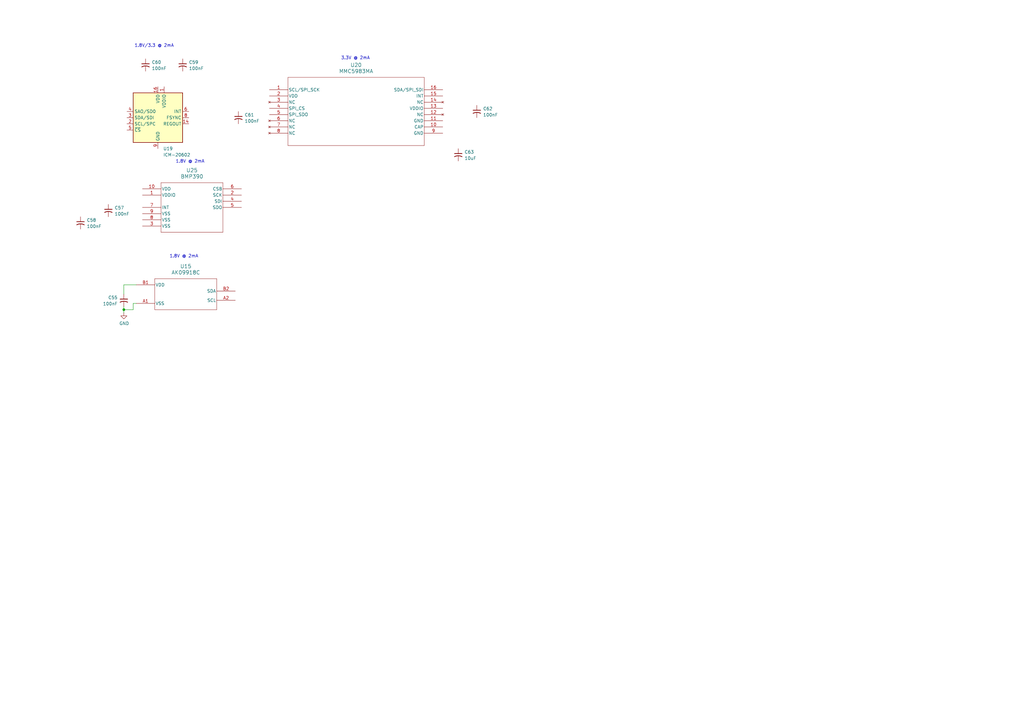
<source format=kicad_sch>
(kicad_sch (version 20250114) (generator "eeschema") (generator_version "9.0")
  (paper "A3")
  (title_block (date "2026-02-08") (rev "0") (company "Logan Fagg") (comment 1 "Licensed under CERN-OHL-S v2") (comment 2 "Copyright © 2026 Logan Fagg") (comment 3 "https://github.com/loganrf/compactPi"))
  (lib_symbols
    (symbol "Device:C_Small_US" (pin_numbers (hide yes)) (pin_names (offset 0.254) (hide yes))
      (property "Reference" "C" (at 0.254 1.778 0))
      (property "Value" "C_Small_US" (at 0.254 -2.032 0))
      (symbol "C_Small_US_0_1"
        (polyline (pts (xy -1.524 0.508) (xy 1.524 0.508)) (stroke (width 0.3048)))
        (arc (start -1.524 -0.762) (mid 0 -0.3734) (end 1.524 -0.762) (stroke (width 0.3048)))
      )
      (symbol "C_Small_US_1_1"
        (pin passive line (at 0 2.54 270) (length 2.032) (name "~") (number "1"))
        (pin passive line (at 0 -2.54 90) (length 2.032) (name "~") (number "2"))
      )
    )
    (symbol "Sensor_Motion:ICM-20602"
      (property "Reference" "U" (at -10.16 11.43 0))
      (property "Value" "ICM-20602" (at 10.16 11.43 0))
      (symbol "ICM-20602_0_1"
        (rectangle (start -10.16 10.16) (end 10.16 -10.16) (stroke (width 0.254)) (fill (type background)))
      )
      (symbol "ICM-20602_1_1"
        (pin bidirectional line (at -12.7 2.54 0) (length 2.54) (name "SAO/SD0") (number "4"))
        (pin bidirectional line (at -12.7 0 0) (length 2.54) (name "SDA/SDI") (number "3"))
        (pin input line (at -12.7 -2.54 0) (length 2.54) (name "SCL/SPC") (number "2"))
        (pin input line (at -12.7 -5.08 0) (length 2.54) (name "~{CS}") (number "5"))
        (pin no_connect line (at -10.16 5.08 0) (length 2.54) (hide yes) (name "RESV") (number "7"))
        (pin power_in line (at 0 12.7 270) (length 2.54) (name "VDD") (number "16"))
        (pin passive line (at 0 -12.7 90) (length 2.54) (hide yes) (name "GND") (number "10"))
        (pin passive line (at 0 -12.7 90) (length 2.54) (hide yes) (name "GND") (number "11"))
        (pin passive line (at 0 -12.7 90) (length 2.54) (hide yes) (name "GND") (number "12"))
        (pin passive line (at 0 -12.7 90) (length 2.54) (hide yes) (name "GND") (number "13"))
        (pin passive line (at 0 -12.7 90) (length 2.54) (hide yes) (name "GND") (number "15"))
        (pin power_in line (at 0 -12.7 90) (length 2.54) (name "GND") (number "9"))
        (pin power_in line (at 2.54 12.7 270) (length 2.54) (name "VDDIO") (number "1"))
        (pin output line (at 12.7 2.54 180) (length 2.54) (name "INT") (number "6"))
        (pin input line (at 12.7 0 180) (length 2.54) (name "FSYNC") (number "8"))
        (pin passive line (at 12.7 -2.54 180) (length 2.54) (name "REGOUT") (number "14"))
      )
    )
    (symbol "SiGe_Lib:AK09918C" (pin_names (offset 0.254))
      (property "Reference" "U" (at 20.32 10.16 0))
      (property "Value" "AK09918C" (at 20.32 7.62 0))
      (symbol "AK09918C_0_1"
        (polyline (pts (xy 7.62 5.08) (xy 7.62 -7.62)) (stroke (width 0.127)))
        (polyline (pts (xy 7.62 -7.62) (xy 33.02 -7.62)) (stroke (width 0.127)))
        (polyline (pts (xy 33.02 5.08) (xy 7.62 5.08)) (stroke (width 0.127)))
        (polyline (pts (xy 33.02 -7.62) (xy 33.02 5.08)) (stroke (width 0.127)))
        (pin power_in line (at 0 2.54 0) (length 7.62) (name "VDD") (number "B1"))
        (pin power_out line (at 0 -5.08 0) (length 7.62) (name "VSS") (number "A1"))
        (pin bidirectional line (at 40.64 0 180) (length 7.62) (name "SDA") (number "B2"))
        (pin input line (at 40.64 -3.81 180) (length 7.62) (name "SCL") (number "A2"))
      )
    )
    (symbol "SiGe_Lib:BMP390" (pin_names (offset 0.254))
      (property "Reference" "U" (at 20.32 10.16 0))
      (property "Value" "BMP390" (at 20.32 7.62 0))
      (symbol "BMP390_0_1"
        (polyline (pts (xy 7.62 5.08) (xy 7.62 -15.24)) (stroke (width 0.127)))
        (polyline (pts (xy 7.62 -15.24) (xy 33.02 -15.24)) (stroke (width 0.127)))
        (polyline (pts (xy 33.02 5.08) (xy 7.62 5.08)) (stroke (width 0.127)))
        (polyline (pts (xy 33.02 -15.24) (xy 33.02 5.08)) (stroke (width 0.127)))
        (pin power_in line (at 0 2.54 0) (length 7.62) (name "VDD") (number "10"))
        (pin power_in line (at 0 0 0) (length 7.62) (name "VDDIO") (number "1"))
        (pin input line (at 0 -5.08 0) (length 7.62) (name "INT") (number "7"))
        (pin power_out line (at 0 -7.62 0) (length 7.62) (name "VSS") (number "9"))
        (pin power_out line (at 0 -10.16 0) (length 7.62) (name "VSS") (number "8"))
        (pin power_out line (at 0 -12.7 0) (length 7.62) (name "VSS") (number "3"))
        (pin input line (at 40.64 2.54 180) (length 7.62) (name "CSB") (number "6"))
        (pin input line (at 40.64 0 180) (length 7.62) (name "SCK") (number "2"))
        (pin bidirectional line (at 40.64 -2.54 180) (length 7.62) (name "SDI") (number "4"))
        (pin bidirectional line (at 40.64 -5.08 180) (length 7.62) (name "SDO") (number "5"))
      )
    )
    (symbol "SiGe_Lib:MMC5983MA" (pin_names (offset 0.254))
      (property "Reference" "U" (at 35.56 10.16 0))
      (property "Value" "MMC5983MA" (at 35.56 7.62 0))
      (symbol "MMC5983MA_0_1"
        (polyline (pts (xy 7.62 5.08) (xy 7.62 -22.86)) (stroke (width 0.127)))
        (polyline (pts (xy 7.62 -22.86) (xy 63.5 -22.86)) (stroke (width 0.127)))
        (polyline (pts (xy 63.5 5.08) (xy 7.62 5.08)) (stroke (width 0.127)))
        (polyline (pts (xy 63.5 -22.86) (xy 63.5 5.08)) (stroke (width 0.127)))
        (pin input line (at 0 0 0) (length 7.62) (name "SCL/SPI_SCK") (number "1"))
        (pin power_in line (at 0 -2.54 0) (length 7.62) (name "VDD") (number "2"))
        (pin no_connect line (at 0 -5.08 0) (length 7.62) (name "NC") (number "3"))
        (pin input line (at 0 -7.62 0) (length 7.62) (name "SPI_CS") (number "4"))
        (pin output line (at 0 -10.16 0) (length 7.62) (name "SPI_SDO") (number "5"))
        (pin no_connect line (at 0 -12.7 0) (length 7.62) (name "NC") (number "6"))
        (pin no_connect line (at 0 -15.24 0) (length 7.62) (name "NC") (number "7"))
        (pin no_connect line (at 0 -17.78 0) (length 7.62) (name "NC") (number "8"))
        (pin bidirectional line (at 71.12 0 180) (length 7.62) (name "SDA/SPI_SDI") (number "16"))
        (pin output line (at 71.12 -2.54 180) (length 7.62) (name "INT") (number "15"))
        (pin no_connect line (at 71.12 -5.08 180) (length 7.62) (name "NC") (number "14"))
        (pin power_in line (at 71.12 -7.62 180) (length 7.62) (name "VDDIO") (number "13"))
        (pin no_connect line (at 71.12 -10.16 180) (length 7.62) (name "NC") (number "12"))
        (pin power_out line (at 71.12 -12.7 180) (length 7.62) (name "GND") (number "11"))
        (pin power_in line (at 71.12 -15.24 180) (length 7.62) (name "CAP") (number "10"))
        (pin power_out line (at 71.12 -17.78 180) (length 7.62) (name "GND") (number "9"))
      )
    )
    (symbol "power:GND" (power) (pin_numbers (hide yes)) (pin_names (offset 0) (hide yes))
      (property "Value" "GND" (at 0 -3.81 0))
      (symbol "GND_0_1"
        (polyline (pts (xy 0 0) (xy 0 -1.27) (xy 1.27 -1.27) (xy 0 -2.54) (xy -1.27 -1.27) (xy 0 -1.27)))
      )
      (symbol "GND_1_1"
        (pin power_in line (at 0 0 270) (length 0) (name "~") (number "1"))
      )
    )
  )
  (text "1.8V/3.3 @ 2mA" (at 63.246 18.796 0) (effects (font (size 1.27 1.27))))
  (text "1.8V @ 2mA" (at 75.438 105.156 0) (effects (font (size 1.27 1.27))))
  (text "1.8V @ 2mA" (at 77.978 66.294 0) (effects (font (size 1.27 1.27))))
  (text "3.3V @ 2mA" (at 145.796 23.876 0) (effects (font (size 1.27 1.27))))
  (junction (at 50.8 127))
  (wire (pts (xy 54.61 127) (xy 50.8 127)))
  (wire (pts (xy 50.8 120.65) (xy 50.8 116.84)))
  (wire (pts (xy 50.8 127) (xy 50.8 128.27)))
  (wire (pts (xy 54.61 124.46) (xy 54.61 127)))
  (wire (pts (xy 50.8 116.84) (xy 55.88 116.84)))
  (wire (pts (xy 55.88 124.46) (xy 54.61 124.46)))
  (wire (pts (xy 50.8 125.73) (xy 50.8 127)))
  (symbol (lib_id "SiGe_Lib:BMP390") (at 58.42 80.01 0) (unit 1)
    (property "Reference" "U25" (at 78.74 69.85 0) (effects (font (size 1.524 1.524))))
    (property "Value" "BMP390" (at 78.74 72.39 0) (effects (font (size 1.524 1.524))))
    (property "Footprint" "SiGe_Lib:10LGA_2X2X0p75_BOS" (effects (hide yes)))
    (property "Datasheet" "BMP390" (effects (hide yes)))
  )
  (symbol (lib_id "SiGe_Lib:AK09918C") (at 55.88 119.38 0) (unit 1)
    (property "Reference" "U15" (at 76.2 109.22 0) (effects (font (size 1.524 1.524))))
    (property "Value" "AK09918C" (at 76.2 111.76 0) (effects (font (size 1.524 1.524))))
    (property "Footprint" "SiGe_Lib:BGA4_WL-CSP_AKM" (effects (hide yes)))
    (property "Datasheet" "AK09918C" (effects (hide yes)))
  )
  (symbol (lib_id "Device:C_Small_US") (at 59.69 26.67 0) (unit 1)
    (property "Reference" "C60" (at 62.23 25.5269 0) (effects (justify left)))
    (property "Value" "100nF" (at 62.23 28.0669 0) (effects (justify left)))
    (property "Footprint" "Capacitor_SMD:C_0402_1005Metric" (effects (hide yes)))
    (property "Description" "capacitor, small US symbol" (effects (hide yes)))
  )
  (symbol (lib_id "Device:C_Small_US") (at 97.79 48.26 0) (unit 1)
    (property "Reference" "C61" (at 100.33 47.1169 0) (effects (justify left)))
    (property "Value" "100nF" (at 100.33 49.6569 0) (effects (justify left)))
    (property "Footprint" "Capacitor_SMD:C_0402_1005Metric" (effects (hide yes)))
    (property "Description" "capacitor, small US symbol" (effects (hide yes)))
  )
  (symbol (lib_id "SiGe_Lib:MMC5983MA") (at 110.49 36.83 0) (unit 1)
    (property "Reference" "U20" (at 146.05 26.67 0) (effects (font (size 1.524 1.524))))
    (property "Value" "MMC5983MA" (at 146.05 29.21 0) (effects (font (size 1.524 1.524))))
    (property "Footprint" "SiGe_Lib:MMC5983MA_MEM" (effects (hide yes)))
    (property "Datasheet" "MMC5983MA" (effects (hide yes)))
  )
  (symbol (lib_id "Device:C_Small_US") (at 33.02 91.44 0) (unit 1)
    (property "Reference" "C58" (at 35.56 90.2969 0) (effects (justify left)))
    (property "Value" "100nF" (at 35.56 92.8369 0) (effects (justify left)))
    (property "Footprint" "Capacitor_SMD:C_0402_1005Metric" (effects (hide yes)))
    (property "Description" "capacitor, small US symbol" (effects (hide yes)))
  )
  (symbol (lib_id "Device:C_Small_US") (at 44.45 86.36 0) (unit 1)
    (property "Reference" "C57" (at 46.99 85.2169 0) (effects (justify left)))
    (property "Value" "100nF" (at 46.99 87.7569 0) (effects (justify left)))
    (property "Footprint" "Capacitor_SMD:C_0402_1005Metric" (effects (hide yes)))
    (property "Description" "capacitor, small US symbol" (effects (hide yes)))
  )
  (symbol (lib_id "power:GND") (at 50.8 128.27 0) (unit 1)
    (property "Reference" "#PWR043" (effects (hide yes)))
    (property "Value" "GND" (at 50.927 132.6642 0))
    (property "Description" "Power symbol creates a global label with name \"GND\" , ground" (effects (hide yes)))
  )
  (symbol (lib_id "Sensor_Motion:ICM-20602") (at 64.77 48.26 0) (unit 1)
    (property "Reference" "U19" (at 66.9133 60.96 0) (effects (justify left)))
    (property "Value" "ICM-20602" (at 66.9133 63.5 0) (effects (justify left)))
    (property "Footprint" "Package_LGA:LGA-16_3x3mm_P0.5mm_LayoutBorder3x5y" (effects (hide yes)))
    (property "Datasheet" "http://www.invensense.com/wp-content/uploads/2016/10/DS-000176-ICM-20602-v1.0.pdf" (effects (hide yes)))
    (property "Description" "High performance 6-Axis MEMS motion tracking, SPI/I2C interface, LGA-16" (effects (hide yes)))
  )
  (symbol (lib_id "Device:C_Small_US") (at 187.96 63.5 0) (unit 1)
    (property "Reference" "C63" (at 190.5 62.3569 0) (effects (justify left)))
    (property "Value" "10uF" (at 190.5 64.8969 0) (effects (justify left)))
    (property "Footprint" "Capacitor_SMD:C_0402_1005Metric" (effects (hide yes)))
    (property "Description" "capacitor, small US symbol" (effects (hide yes)))
  )
  (symbol (lib_id "Device:C_Small_US") (at 50.8 123.19 0) (mirror y) (unit 1)
    (property "Reference" "C55" (at 48.26 122.0469 0) (effects (justify left)))
    (property "Value" "100nF" (at 48.26 124.5869 0) (effects (justify left)))
    (property "Footprint" "Capacitor_SMD:C_0402_1005Metric" (effects (hide yes)))
    (property "Description" "capacitor, small US symbol" (effects (hide yes)))
  )
  (symbol (lib_id "Device:C_Small_US") (at 195.58 45.72 0) (unit 1)
    (property "Reference" "C62" (at 198.12 44.5769 0) (effects (justify left)))
    (property "Value" "100nF" (at 198.12 47.1169 0) (effects (justify left)))
    (property "Footprint" "Capacitor_SMD:C_0402_1005Metric" (effects (hide yes)))
    (property "Description" "capacitor, small US symbol" (effects (hide yes)))
  )
  (symbol (lib_id "Device:C_Small_US") (at 74.93 26.67 0) (unit 1)
    (property "Reference" "C59" (at 77.47 25.5269 0) (effects (justify left)))
    (property "Value" "100nF" (at 77.47 28.0669 0) (effects (justify left)))
    (property "Footprint" "Capacitor_SMD:C_0402_1005Metric" (effects (hide yes)))
    (property "Description" "capacitor, small US symbol" (effects (hide yes)))
  )
)
</source>
